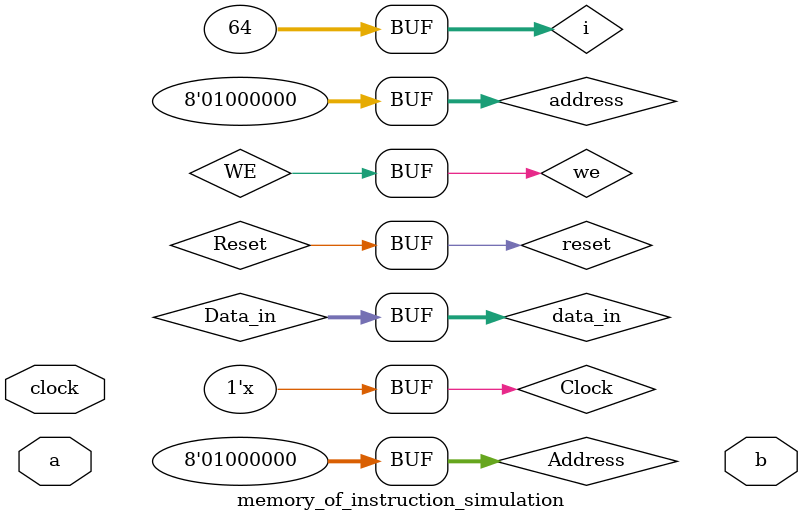
<source format=v>
module memory_of_instruction_simulation(input a, output b, input clock);
	reg Clock, Reset, WE;
	reg [7:0]Address;
	reg [7:0]Data_in;
	
	//input a,b; //inutil, isso só serve para o quartus me deixar criar o modulo de testbench
	
	wire [7:0]Instruction; 
	
	//wire clock;
	wire reset,we;
	wire [7:0]address;
	wire [7:0]data_in;
	
	assign we = WE;
	assign data_in = Data_in;
	assign reset = Reset;
	//assign clock = Clock;
	assign address = Address;
	
	memory_of_instruction mi(clock,address,Instruction, reset, data_in, we);
	
	integer i;
	
	always #10 Clock = ~Clock;
	initial begin
		#0 Clock = 0;
		#0 Address = 0;
		for(i=0;i<64;i=i+1)
			#20 Address = Address + 1;
	
	end
endmodule

</source>
